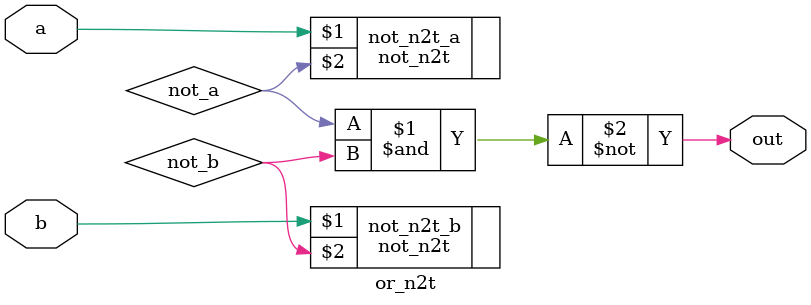
<source format=sv>
`ifndef not_n2t
   `include "not_n2t.sv"
`endif
`define or_n2t 1

module or_n2t(input a, input b, output out);
   wire not_b;
   wire not_a;
   not_n2t not_n2t_a(a, not_a);
   not_n2t not_n2t_b(b, not_b);
   nand or_ab(out, not_a, not_b);
endmodule

</source>
